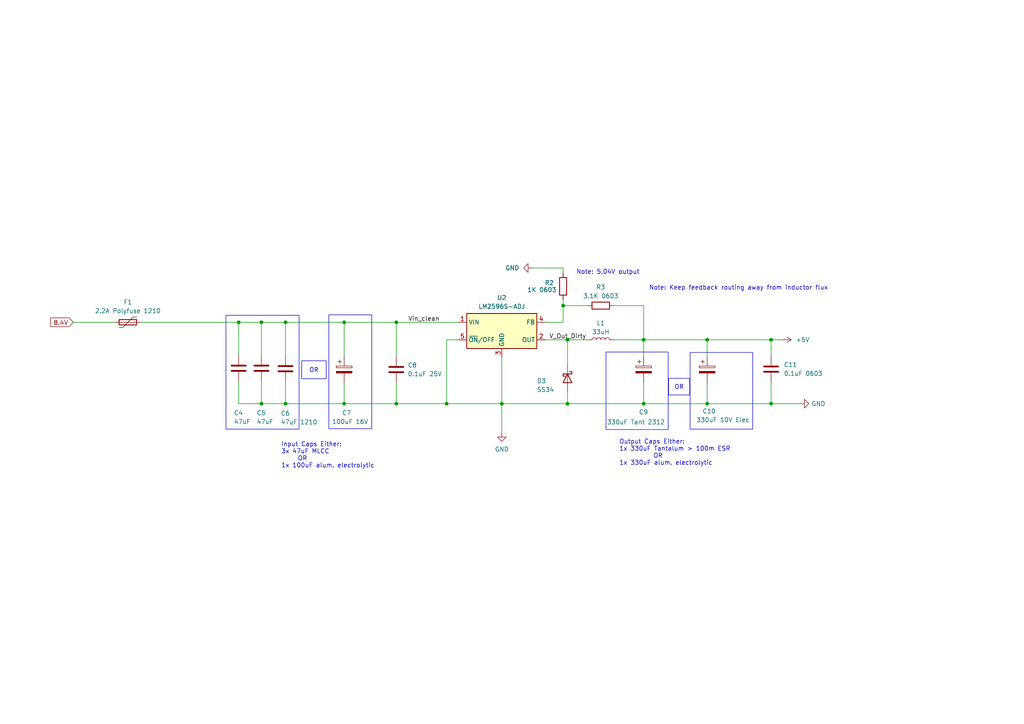
<source format=kicad_sch>
(kicad_sch (version 20250114) (generator "eeschema") (generator_version "9.0")
  (paper "A4")
  (title_block (title "OpenActionCam") (date "2025-04-10") (rev "0.2") (company "KBader94") (comment 1 "https://github.com/kbader94/OpenActionCam"))
  (lib_symbols
    (symbol "Device:C" (pin_numbers (hide yes)) (pin_names (offset 0.254))
      (property "Reference" "C" (at 0.635 2.54 0))
      (property "Value" "C" (at 0.635 -2.54 0))
      (symbol "C_0_1"
        (polyline (pts (xy -2.032 0.762) (xy 2.032 0.762)) (stroke (width 0.508)))
        (polyline (pts (xy -2.032 -0.762) (xy 2.032 -0.762)) (stroke (width 0.508)))
      )
      (symbol "C_1_1"
        (pin passive line (at 0 3.81 270) (length 2.794) (name "~") (number "1"))
        (pin passive line (at 0 -3.81 90) (length 2.794) (name "~") (number "2"))
      )
    )
    (symbol "Device:C_Polarized" (pin_numbers (hide yes)) (pin_names (offset 0.254))
      (property "Reference" "C" (at 0.635 2.54 0))
      (property "Value" "C_Polarized" (at 0.635 -2.54 0))
      (symbol "C_Polarized_0_1"
        (rectangle (start -2.286 0.508) (end 2.286 1.016))
        (polyline (pts (xy -1.778 2.286) (xy -0.762 2.286)))
        (polyline (pts (xy -1.27 2.794) (xy -1.27 1.778)))
        (rectangle (start 2.286 -0.508) (end -2.286 -1.016) (fill (type outline)))
      )
      (symbol "C_Polarized_1_1"
        (pin passive line (at 0 3.81 270) (length 2.794) (name "~") (number "1"))
        (pin passive line (at 0 -3.81 90) (length 2.794) (name "~") (number "2"))
      )
    )
    (symbol "Device:D_Schottky" (pin_numbers (hide yes)) (pin_names (offset 1.016) (hide yes))
      (property "Reference" "D" (at 0 2.54 0))
      (property "Value" "D_Schottky" (at 0 -2.54 0))
      (symbol "D_Schottky_0_1"
        (polyline (pts (xy -1.905 0.635) (xy -1.905 1.27) (xy -1.27 1.27) (xy -1.27 -1.27) (xy -0.635 -1.27) (xy -0.635 -0.635)) (stroke (width 0.254)))
        (polyline (pts (xy 1.27 1.27) (xy 1.27 -1.27) (xy -1.27 0) (xy 1.27 1.27)) (stroke (width 0.254)))
        (polyline (pts (xy 1.27 0) (xy -1.27 0)))
      )
      (symbol "D_Schottky_1_1"
        (pin passive line (at -3.81 0 0) (length 2.54) (name "K") (number "1"))
        (pin passive line (at 3.81 0 180) (length 2.54) (name "A") (number "2"))
      )
    )
    (symbol "Device:L" (pin_numbers (hide yes)) (pin_names (offset 1.016) (hide yes))
      (property "Reference" "L" (at -1.27 0 90))
      (property "Value" "L" (at 1.905 0 90))
      (symbol "L_0_1"
        (arc (start 0 2.54) (mid 0.6323 1.905) (end 0 1.27))
        (arc (start 0 1.27) (mid 0.6323 0.635) (end 0 0))
        (arc (start 0 0) (mid 0.6323 -0.635) (end 0 -1.27))
        (arc (start 0 -1.27) (mid 0.6323 -1.905) (end 0 -2.54))
      )
      (symbol "L_1_1"
        (pin passive line (at 0 3.81 270) (length 1.27) (name "1") (number "1"))
        (pin passive line (at 0 -3.81 90) (length 1.27) (name "2") (number "2"))
      )
    )
    (symbol "Device:Polyfuse" (pin_numbers (hide yes)) (pin_names (offset 0))
      (property "Reference" "F" (at -2.54 0 90))
      (property "Value" "Polyfuse" (at 2.54 0 90))
      (symbol "Polyfuse_0_1"
        (polyline (pts (xy -1.524 2.54) (xy -1.524 1.524) (xy 1.524 -1.524) (xy 1.524 -2.54)))
        (rectangle (start -0.762 2.54) (end 0.762 -2.54) (stroke (width 0.254)))
        (polyline (pts (xy 0 2.54) (xy 0 -2.54)))
      )
      (symbol "Polyfuse_1_1"
        (pin passive line (at 0 3.81 270) (length 1.27) (name "~") (number "1"))
        (pin passive line (at 0 -3.81 90) (length 1.27) (name "~") (number "2"))
      )
    )
    (symbol "Device:R" (pin_numbers (hide yes)) (pin_names (offset 0))
      (property "Reference" "R" (at 2.032 0 90))
      (property "Value" "R" (at 0 0 90))
      (symbol "R_0_1"
        (rectangle (start -1.016 -2.54) (end 1.016 2.54) (stroke (width 0.254)))
      )
      (symbol "R_1_1"
        (pin passive line (at 0 3.81 270) (length 1.27) (name "~") (number "1"))
        (pin passive line (at 0 -3.81 90) (length 1.27) (name "~") (number "2"))
      )
    )
    (symbol "Regulator_Switching:LM2596S-ADJ"
      (property "Reference" "U" (at -10.16 6.35 0))
      (property "Value" "LM2596S-ADJ" (at 0 6.35 0))
      (symbol "LM2596S-ADJ_0_1"
        (rectangle (start -10.16 5.08) (end 10.16 -5.08) (stroke (width 0.254)) (fill (type background)))
      )
      (symbol "LM2596S-ADJ_1_1"
        (pin power_in line (at -12.7 2.54 0) (length 2.54) (name "VIN") (number "1"))
        (pin input line (at -12.7 -2.54 0) (length 2.54) (name "~{ON}/OFF") (number "5"))
        (pin power_in line (at 0 -7.62 90) (length 2.54) (name "GND") (number "3"))
        (pin input line (at 12.7 2.54 180) (length 2.54) (name "FB") (number "4"))
        (pin output line (at 12.7 -2.54 180) (length 2.54) (name "OUT") (number "2"))
      )
    )
    (symbol "power:+5V" (power) (pin_names (offset 0))
      (property "Value" "+5V" (at 0 3.556 0))
      (symbol "+5V_0_1"
        (polyline (pts (xy -0.762 1.27) (xy 0 2.54)))
        (polyline (pts (xy 0 2.54) (xy 0.762 1.27)))
        (polyline (pts (xy 0 0) (xy 0 2.54)))
      )
      (symbol "+5V_1_1"
        (pin power_in line (at 0 0 90) (length 0) (hide yes) (name "+5V") (number "1"))
      )
    )
    (symbol "power:GND" (power) (pin_names (offset 0))
      (property "Value" "GND" (at 0 -3.81 0))
      (symbol "GND_0_1"
        (polyline (pts (xy 0 0) (xy 0 -1.27) (xy 1.27 -1.27) (xy 0 -2.54) (xy -1.27 -1.27) (xy 0 -1.27)))
      )
      (symbol "GND_1_1"
        (pin power_in line (at 0 0 270) (length 0) (hide yes) (name "GND") (number "1"))
      )
    )
  )
  (rectangle (start 65.532 91.44) (end 86.741 124.46))
  (rectangle (start 175.768 102.108) (end 193.802 124.587))
  (rectangle (start 200.152 102.235) (end 218.313 124.46))
  (rectangle (start 95.377 91.313) (end 107.823 124.333))
  (text "Note: 5.04V output\n" (at 167.132 79.756 0) (effects (font (size 1.27 1.27)) (justify left bottom)))
  (text "Input Caps Either:\n3x 47uF MLCC\n	OR\n1x 100uF alum. electrolytic" (at 81.534 135.89 0) (effects (font (size 1.27 1.27)) (justify left bottom)))
  (text "Output Caps Either:\n1x 330uF Tantalum > 100m ESR\n		OR\n1x 330uF alum. electrolytic\n" (at 179.578 135.128 0) (effects (font (size 1.27 1.27)) (justify left bottom)))
  (text "Note: Keep feedback routing away from inductor flux\n" (at 188.214 84.328 0) (effects (font (size 1.27 1.27)) (justify left bottom)))
  (text_box "OR" (at 193.929 109.728 0) (size 6.096 4.826) (margins 0.9525 0.9525 0.9525 0.9525) (effects (font (size 1.27 1.27))))
  (text_box "OR" (at 87.503 104.648 0) (size 7.112 5.207) (margins 0.9525 0.9525 0.9525 0.9525) (effects (font (size 1.27 1.27))))
  (junction (at 205.105 117.094))
  (junction (at 129.54 117.094))
  (junction (at 205.105 98.552))
  (junction (at 75.819 93.472))
  (junction (at 164.592 117.094))
  (junction (at 186.69 117.094))
  (junction (at 69.215 93.472))
  (junction (at 75.819 117.094))
  (junction (at 163.322 88.646))
  (junction (at 114.935 117.094))
  (junction (at 223.647 117.094))
  (junction (at 223.647 98.552))
  (junction (at 82.804 93.472))
  (junction (at 114.935 93.472))
  (junction (at 99.822 93.472))
  (junction (at 186.69 98.552))
  (junction (at 82.804 117.094))
  (junction (at 164.592 98.552))
  (junction (at 99.822 117.094))
  (junction (at 145.542 117.094))
  (wire (pts (xy 154.432 77.724) (xy 163.322 77.724)))
  (wire (pts (xy 158.242 98.552) (xy 164.592 98.552)))
  (wire (pts (xy 223.647 98.552) (xy 223.647 103.251)))
  (wire (pts (xy 164.592 113.538) (xy 164.592 117.094)))
  (wire (pts (xy 69.215 110.617) (xy 69.215 117.094)))
  (wire (pts (xy 186.69 110.998) (xy 186.69 117.094)))
  (wire (pts (xy 186.69 117.094) (xy 205.105 117.094)))
  (wire (pts (xy 163.322 77.724) (xy 163.322 79.248)))
  (wire (pts (xy 205.105 103.378) (xy 205.105 98.552)))
  (wire (pts (xy 163.322 88.646) (xy 163.322 86.868)))
  (wire (pts (xy 223.647 98.425) (xy 223.647 98.552)))
  (wire (pts (xy 82.804 117.094) (xy 99.822 117.094)))
  (wire (pts (xy 114.935 110.998) (xy 114.935 117.094)))
  (wire (pts (xy 99.822 103.378) (xy 99.822 93.472)))
  (wire (pts (xy 69.215 93.472) (xy 75.819 93.472)))
  (wire (pts (xy 205.105 110.998) (xy 205.105 117.094)))
  (wire (pts (xy 145.542 103.632) (xy 145.542 117.094)))
  (wire (pts (xy 99.822 93.472) (xy 114.935 93.472)))
  (wire (pts (xy 205.105 117.094) (xy 223.647 117.094)))
  (wire (pts (xy 82.804 103.124) (xy 82.804 93.472)))
  (wire (pts (xy 114.935 93.472) (xy 132.842 93.472)))
  (wire (pts (xy 132.842 98.552) (xy 129.54 98.552)))
  (wire (pts (xy 223.647 117.094) (xy 223.647 110.871)))
  (wire (pts (xy 163.322 93.472) (xy 158.242 93.472)))
  (wire (pts (xy 129.54 98.552) (xy 129.54 117.094)))
  (wire (pts (xy 164.592 98.552) (xy 164.592 105.918)))
  (wire (pts (xy 114.935 117.094) (xy 129.54 117.094)))
  (wire (pts (xy 75.819 110.617) (xy 75.819 117.094)))
  (wire (pts (xy 75.819 93.472) (xy 75.819 102.997)))
  (wire (pts (xy 164.592 117.094) (xy 145.542 117.094)))
  (wire (pts (xy 21.209 93.472) (xy 33.274 93.472)))
  (wire (pts (xy 69.215 93.472) (xy 69.215 102.997)))
  (wire (pts (xy 205.105 98.552) (xy 223.647 98.552)))
  (wire (pts (xy 186.69 103.378) (xy 186.69 98.552)))
  (wire (pts (xy 114.935 103.378) (xy 114.935 93.472)))
  (wire (pts (xy 223.647 98.552) (xy 226.949 98.552)))
  (wire (pts (xy 163.322 88.646) (xy 163.322 93.472)))
  (wire (pts (xy 186.69 98.552) (xy 186.69 88.646)))
  (wire (pts (xy 186.69 98.552) (xy 205.105 98.552)))
  (wire (pts (xy 186.69 98.552) (xy 178.054 98.552)))
  (wire (pts (xy 75.819 117.094) (xy 82.804 117.094)))
  (wire (pts (xy 170.434 98.552) (xy 164.592 98.552)))
  (wire (pts (xy 223.647 117.094) (xy 232.029 117.094)))
  (wire (pts (xy 40.894 93.472) (xy 69.215 93.472)))
  (wire (pts (xy 82.804 110.744) (xy 82.804 117.094)))
  (wire (pts (xy 129.54 117.094) (xy 145.542 117.094)))
  (wire (pts (xy 170.434 88.646) (xy 163.322 88.646)))
  (wire (pts (xy 75.819 93.472) (xy 82.804 93.472)))
  (wire (pts (xy 145.542 117.094) (xy 145.542 125.476)))
  (wire (pts (xy 69.215 117.094) (xy 75.819 117.094)))
  (wire (pts (xy 178.054 88.646) (xy 186.69 88.646)))
  (wire (pts (xy 82.804 93.472) (xy 99.822 93.472)))
  (wire (pts (xy 186.69 117.094) (xy 164.592 117.094)))
  (wire (pts (xy 99.822 110.998) (xy 99.822 117.094)))
  (wire (pts (xy 99.822 117.094) (xy 114.935 117.094)))
  (label "Vin_clean" (at 118.364 93.472 0))
  (label "V_Out_Dirty" (at 159.258 98.552 0))
  (global_label "8.4V" (shape input) (at 21.209 93.472 180) (property "Intersheetrefs" "${INTERSHEET_REFS}" (effects (hide yes))))
  (symbol (lib_id "Device:C_Polarized") (at 205.105 107.188 0) (unit 1)
    (property "Reference" "C10" (at 203.708 119.253 0) (effects (justify left)))
    (property "Value" "330uF 10V Elec" (at 201.93 121.793 0) (effects (justify left)))
    (property "Footprint" "Capacitor_SMD:C_Elec_6.3x7.7" (effects (hide yes)))
  )
  (symbol (lib_id "Device:C") (at 114.935 107.188 0) (unit 1)
    (property "Reference" "C8" (at 118.237 105.918 0) (effects (justify left)))
    (property "Value" "0.1uF 25V" (at 118.237 108.458 0) (effects (justify left)))
    (property "Footprint" "Capacitor_SMD:C_0603_1608Metric_Pad1.08x0.95mm_HandSolder" (effects (hide yes)))
  )
  (symbol (lib_id "Device:C") (at 82.804 106.934 0) (unit 1)
    (property "Reference" "C6" (at 81.407 119.888 0) (effects (justify left)))
    (property "Value" "47uF 1210" (at 81.407 122.428 0) (effects (justify left)))
    (property "Footprint" "Resistor_SMD:R_1210_3225Metric_Pad1.30x2.65mm_HandSolder" (effects (hide yes)))
  )
  (symbol (lib_id "power:GND") (at 145.542 125.476 0) (unit 1)
    (property "Reference" "#PWR0103" (effects (hide yes)))
    (property "Value" "GND" (at 145.542 130.302 0))
  )
  (symbol (lib_id "Device:R") (at 163.322 83.058 0) (unit 1)
    (property "Reference" "R2" (at 157.988 82.042 0) (effects (justify left)))
    (property "Value" "1K 0603" (at 152.908 84.074 0) (effects (justify left)))
    (property "Footprint" "Resistor_SMD:R_0603_1608Metric_Pad0.98x0.95mm_HandSolder" (effects (hide yes)))
  )
  (symbol (lib_id "Device:C") (at 75.819 106.807 0) (unit 1)
    (property "Reference" "C5" (at 74.422 119.761 0) (effects (justify left)))
    (property "Value" "47uF" (at 74.422 122.301 0) (effects (justify left)))
    (property "Footprint" "Resistor_SMD:R_1210_3225Metric_Pad1.30x2.65mm_HandSolder" (effects (hide yes)))
  )
  (symbol (lib_id "Device:D_Schottky") (at 164.592 109.728 270) (unit 1)
    (property "Reference" "D3" (at 155.702 110.49 90) (effects (justify left)))
    (property "Value" "SS34" (at 155.702 113.03 90) (effects (justify left)))
    (property "Footprint" "Diode_SMD:D_SMA_Handsoldering" (effects (hide yes)))
  )
  (symbol (lib_id "Device:Polyfuse") (at 37.084 93.472 90) (unit 1)
    (property "Reference" "F1" (at 37.084 87.63 90))
    (property "Value" "2.2A Polyfuse 1210" (at 37.084 90.17 90))
    (property "Footprint" "Fuse:Fuse_1210_3225Metric_Pad1.42x2.65mm_HandSolder" (effects (hide yes)))
  )
  (symbol (lib_id "power:GND") (at 232.029 117.094 90) (unit 1)
    (property "Reference" "#PWR0102" (effects (hide yes)))
    (property "Value" "GND" (at 235.331 117.094 90) (effects (justify right)))
  )
  (symbol (lib_id "Device:C") (at 69.215 106.807 0) (unit 1)
    (property "Reference" "C4" (at 67.818 119.761 0) (effects (justify left)))
    (property "Value" "47uF" (at 67.818 122.301 0) (effects (justify left)))
    (property "Footprint" "Resistor_SMD:R_1210_3225Metric_Pad1.30x2.65mm_HandSolder" (effects (hide yes)))
  )
  (symbol (lib_id "Regulator_Switching:LM2596S-ADJ") (at 145.542 96.012 0) (unit 1)
    (property "Reference" "U2" (at 145.542 86.36 0))
    (property "Value" "LM2596S-ADJ" (at 145.542 88.9 0))
    (property "Footprint" "Package_TO_SOT_SMD:TO-263-5_TabPin3" (effects (hide yes)))
    (property "Datasheet" "http://www.ti.com/lit/ds/symlink/lm2596.pdf" (effects (hide yes)))
  )
  (symbol (lib_id "Device:C") (at 223.647 107.061 0) (unit 1)
    (property "Reference" "C11" (at 227.33 105.791 0) (effects (justify left)))
    (property "Value" "0.1uF 0603" (at 227.33 108.331 0) (effects (justify left)))
    (property "Footprint" "Capacitor_SMD:C_0603_1608Metric_Pad1.08x0.95mm_HandSolder" (effects (hide yes)))
  )
  (symbol (lib_id "Device:C_Polarized") (at 186.69 107.188 0) (unit 1)
    (property "Reference" "C9" (at 185.293 119.507 0) (effects (justify left)))
    (property "Value" "330uF Tant 2312" (at 176.022 122.428 0) (effects (justify left)))
    (property "Footprint" "C _Tantalum - TAJC337K006RNJ:CAPPM6032X280N" (effects (hide yes)))
  )
  (symbol (lib_id "Device:L") (at 174.244 98.552 90) (unit 1)
    (property "Reference" "L1" (at 174.244 93.726 90))
    (property "Value" "33uH" (at 174.244 96.266 90))
    (property "Footprint" "Inductor -  125CDMCCDS 33uH:IND_125CDMCCDS-330MC" (effects (hide yes)))
  )
  (symbol (lib_id "power:+5V") (at 226.949 98.552 270) (unit 1)
    (property "Reference" "#PWR0101" (effects (hide yes)))
    (property "Value" "+5V" (at 230.759 98.552 90) (effects (justify left)))
  )
  (symbol (lib_id "power:GND") (at 154.432 77.724 270) (unit 1)
    (property "Reference" "#PWR0104" (effects (hide yes)))
    (property "Value" "GND" (at 150.622 77.724 90) (effects (justify right)))
  )
  (symbol (lib_id "Device:C_Polarized") (at 99.822 107.188 0) (unit 1)
    (property "Reference" "C7" (at 99.187 119.761 0) (effects (justify left)))
    (property "Value" "100uF 16V" (at 96.266 122.301 0) (effects (justify left)))
    (property "Footprint" "Capacitor_SMD:CP_Elec_6.3x7.7" (effects (hide yes)))
  )
  (symbol (lib_id "Device:R") (at 174.244 88.646 270) (unit 1)
    (property "Reference" "R3" (at 174.244 83.312 90))
    (property "Value" "3.1K 0603" (at 174.244 85.852 90))
    (property "Footprint" "Resistor_SMD:R_0603_1608Metric_Pad0.98x0.95mm_HandSolder" (effects (hide yes)))
  )
)
</source>
